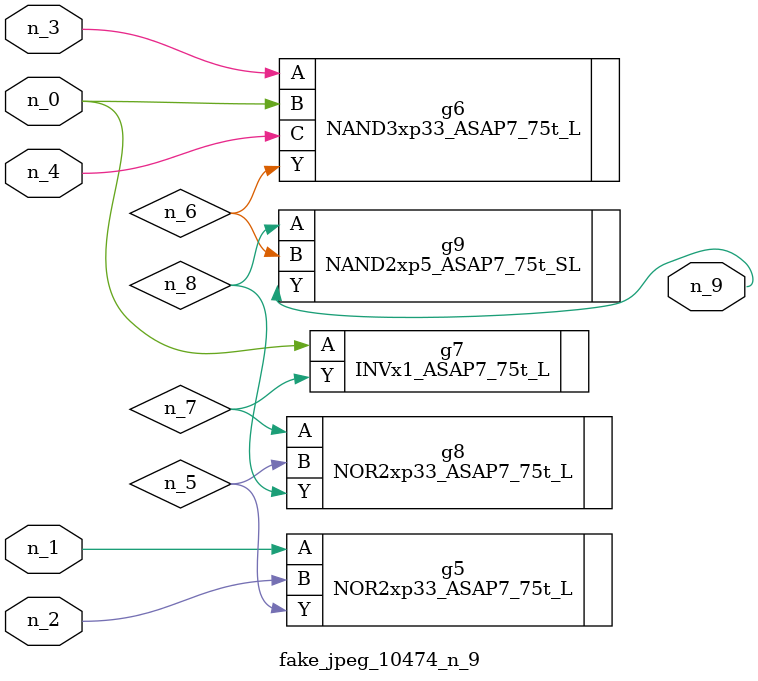
<source format=v>
module fake_jpeg_10474_n_9 (n_3, n_2, n_1, n_0, n_4, n_9);

input n_3;
input n_2;
input n_1;
input n_0;
input n_4;

output n_9;

wire n_8;
wire n_6;
wire n_5;
wire n_7;

NOR2xp33_ASAP7_75t_L g5 ( 
.A(n_1),
.B(n_2),
.Y(n_5)
);

NAND3xp33_ASAP7_75t_L g6 ( 
.A(n_3),
.B(n_0),
.C(n_4),
.Y(n_6)
);

INVx1_ASAP7_75t_L g7 ( 
.A(n_0),
.Y(n_7)
);

NOR2xp33_ASAP7_75t_L g8 ( 
.A(n_7),
.B(n_5),
.Y(n_8)
);

NAND2xp5_ASAP7_75t_SL g9 ( 
.A(n_8),
.B(n_6),
.Y(n_9)
);


endmodule
</source>
